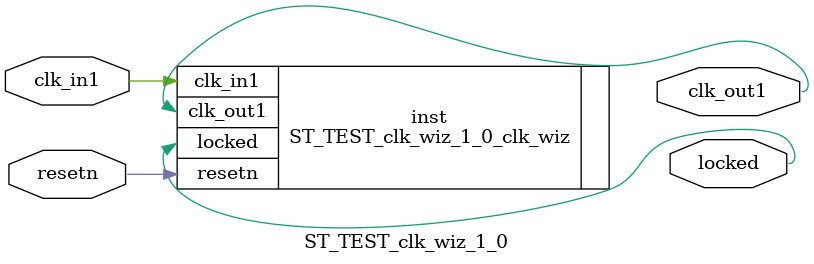
<source format=v>


`timescale 1ps/1ps

(* CORE_GENERATION_INFO = "ST_TEST_clk_wiz_1_0,clk_wiz_v6_0_3_0_0,{component_name=ST_TEST_clk_wiz_1_0,use_phase_alignment=true,use_min_o_jitter=false,use_max_i_jitter=false,use_dyn_phase_shift=false,use_inclk_switchover=false,use_dyn_reconfig=false,enable_axi=0,feedback_source=FDBK_AUTO,PRIMITIVE=MMCM,num_out_clk=1,clkin1_period=10.000,clkin2_period=10.000,use_power_down=false,use_reset=true,use_locked=true,use_inclk_stopped=false,feedback_type=SINGLE,CLOCK_MGR_TYPE=NA,manual_override=false}" *)

module ST_TEST_clk_wiz_1_0 
 (
  // Clock out ports
  output        clk_out1,
  // Status and control signals
  input         resetn,
  output        locked,
 // Clock in ports
  input         clk_in1
 );

  ST_TEST_clk_wiz_1_0_clk_wiz inst
  (
  // Clock out ports  
  .clk_out1(clk_out1),
  // Status and control signals               
  .resetn(resetn), 
  .locked(locked),
 // Clock in ports
  .clk_in1(clk_in1)
  );

endmodule

</source>
